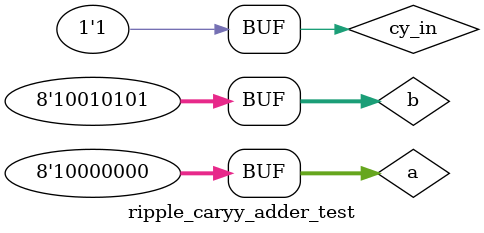
<source format=v>
`timescale 1ns / 1ps


module ripple_caryy_adder_test;

	// Inputs
	reg [7:0] a;
	reg [7:0] b;
	reg cy_in;

	// Outputs
	wire [7:0] sum;
	wire cy_out;

	// Instantiate the Unit Under Test (UUT)
	ripple_carry_adder uut (
		.a(a), 
		.b(b), 
		.cy_in(cy_in), 
		.sum(sum), 
		.cy_out(cy_out)
	);

	initial begin
		// Initialize Inputs
		a = 0;
		b = 0;
		cy_in = 0;

		// Wait 100 ns for global reset to finish
		#100;
        
		// Add stimulus here
		a = 8'd5;
		b = 8'd7;
		cy_in = 0;
		
		#100;
		a = 8'd128;
		b = 8'd256;
		cy_in = 1;
		
		#100;
		a = 8'b10000000;
		b = 8'b10010101;
		cy_in = 1;
	end
      
endmodule


</source>
